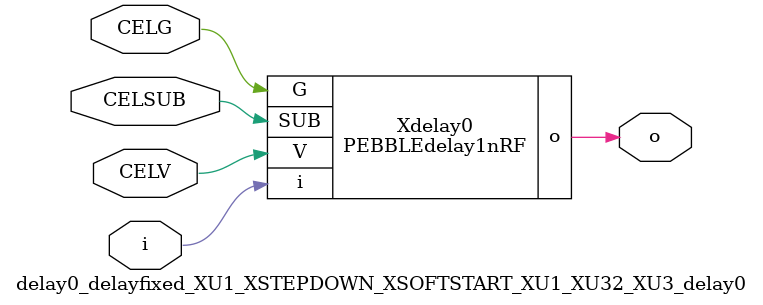
<source format=v>



module PEBBLEdelay1nRF ( o, V, G, i, SUB );

  input V;
  input i;
  input G;
  output o;
  input SUB;
endmodule

//Celera Confidential Do Not Copy delay0_delayfixed_XU1_XSTEPDOWN_XSOFTSTART_XU1_XU32_XU3_delay0
//TYPE: fixed 1ns
module delay0_delayfixed_XU1_XSTEPDOWN_XSOFTSTART_XU1_XU32_XU3_delay0 (i, CELV, o,
CELG,CELSUB);
input CELV;
input i;
output o;
input CELSUB;
input CELG;

//Celera Confidential Do Not Copy delayfast0
PEBBLEdelay1nRF Xdelay0(
.V (CELV),
.i (i),
.o (o),
.G (CELG),
.SUB (CELSUB)
);
//,diesize,PEBBLEdelay1nRF

//Celera Confidential Do Not Copy Module End
//Celera Schematic Generator
endmodule

</source>
